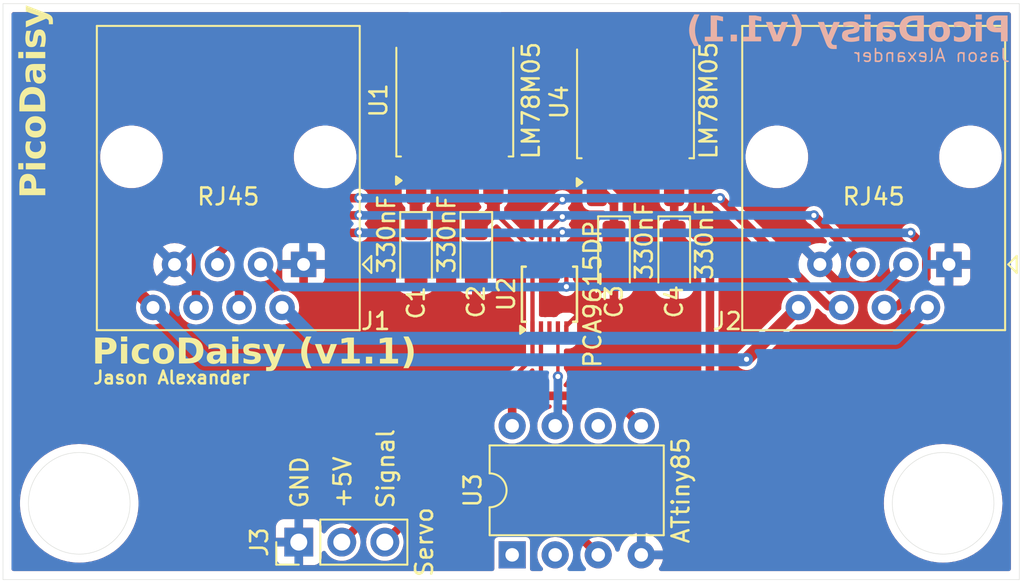
<source format=kicad_pcb>
(kicad_pcb (version 20240108) (generator "pcbnew") (generator_version "8.0")
  (layers (0 "F.Cu" signal) (31 "B.Cu" signal) (34 "B.Paste" user) (35 "F.Paste" user) (36 "B.SilkS" user "B.Silkscreen") (37 "F.SilkS" user "F.Silkscreen") (38 "B.Mask" user) (39 "F.Mask" user) (44 "Edge.Cuts" user))
  (net 0 "")
  (net 1 "/+5V(M)")
  (net 2 "GND")
  (net 3 "+5V")
  (net 4 "+12V")
  (net 5 "Net-(J3-Pin_3)")
  (net 6 "Net-(U2-DSDAP)")
  (net 7 "Net-(U2-DSDAM)")
  (net 8 "Net-(U2-DSCLM)")
  (net 9 "Net-(U2-DSCLP)")
  (net 11 "Net-(U2-SDA)")
  (net 12 "+24V")
  (net 13 "Net-(U2-SCL)")
  (footprint "Capacitor_Tantalum_SMD:CP_EIA-3216-18_Kemet-A" (layer "F.Cu") (at 127.94 80.614 -90)
    (property "Reference" "C2" (at 2.984 0.016 90) (layer "F.SilkS"))
    (property "Value" "330nF" (at -1 1.75 90) (layer "F.SilkS"))
    (fp_line (start -2.31 0.935) (end 1.6 0.935) (stroke (width 0.12)) (layer "F.SilkS"))
    (fp_line (start -2.31 -0.935) (end -2.31 0.935) (stroke (width 0.12)) (layer "F.SilkS"))
    (fp_line (start 1.6 -0.935) (end -2.31 -0.935) (stroke (width 0.12)) (layer "F.SilkS"))
    (pad "1" smd roundrect (at -1.35 0 270) (size 1.4 1.35) (layers "F.Cu" "F.Paste" "F.Mask") (roundrect_rratio 0.185185) (net 3 "+5V"))
    (pad "2" smd roundrect (at 1.35 0 270) (size 1.4 1.35) (layers "F.Cu" "F.Paste" "F.Mask") (roundrect_rratio 0.185185) (net 2 "GND"))
  )
  (footprint "Package_SO:TSSOP-10_3x3mm_P0.5mm" (layer "F.Cu") (at 132.258 83.154 90)
    (property "Reference" "U2" (at 0 -2.55 90) (layer "F.SilkS"))
    (property "Value" "PCA9615DP" (at 0 2.55 90) (layer "F.SilkS"))
    (fp_line (start 1.625 -1.625) (end 1.625 -1.4) (stroke (width 0.15)) (layer "F.SilkS"))
    (fp_line (start -1.625 -1.625) (end 1.625 -1.625) (stroke (width 0.15)) (layer "F.SilkS"))
    (fp_line (start -1.625 -1.625) (end -1.625 -1.4) (stroke (width 0.15)) (layer "F.SilkS"))
    (fp_line (start 1.625 1.625) (end 1.625 1.4) (stroke (width 0.15)) (layer "F.SilkS"))
    (fp_line (start -1.625 1.625) (end -1.625 1.4) (stroke (width 0.15)) (layer "F.SilkS"))
    (fp_line (start -1.625 1.625) (end 1.625 1.625) (stroke (width 0.15)) (layer "F.SilkS"))
    (fp_poly (pts (xy -2.1 -1.4) (xy -2.34 -1.73) (xy -1.86 -1.73) (xy -2.1 -1.4)) (stroke (width 0.12)) (fill solid) (layer "F.SilkS"))
    (pad "1" smd rect (at -2.15 -1 90) (size 1.1 0.25) (layers "F.Cu" "F.Paste" "F.Mask") (net 3 "+5V"))
    (pad "2" smd rect (at -2.15 -0.5 90) (size 1.1 0.25) (layers "F.Cu" "F.Paste" "F.Mask") (net 11 "Net-(U2-SDA)"))
    (pad "3" smd rect (at -2.15 0 90) (size 1.1 0.25) (layers "F.Cu" "F.Paste" "F.Mask"))
    (pad "4" smd rect (at -2.15 0.5 90) (size 1.1 0.25) (layers "F.Cu" "F.Paste" "F.Mask") (net 13 "Net-(U2-SCL)"))
    (pad "5" smd rect (at -2.15 1 90) (size 1.1 0.25) (layers "F.Cu" "F.Paste" "F.Mask") (net 2 "GND"))
    (pad "6" smd rect (at 2.15 1 90) (size 1.1 0.25) (layers "F.Cu" "F.Paste" "F.Mask") (net 8 "Net-(U2-DSCLM)"))
    (pad "7" smd rect (at 2.15 0.5 90) (size 1.1 0.25) (layers "F.Cu" "F.Paste" "F.Mask") (net 9 "Net-(U2-DSCLP)"))
    (pad "8" smd rect (at 2.15 0 90) (size 1.1 0.25) (layers "F.Cu" "F.Paste" "F.Mask") (net 6 "Net-(U2-DSDAP)"))
    (pad "9" smd rect (at 2.15 -0.5 90) (size 1.1 0.25) (layers "F.Cu" "F.Paste" "F.Mask") (net 7 "Net-(U2-DSDAM)"))
    (pad "10" smd rect (at 2.15 -1 90) (size 1.1 0.25) (layers "F.Cu" "F.Paste" "F.Mask") (net 3 "+5V"))
  )
  (footprint "Connector_RJ:RJ45_Amphenol_54602-x08_Horizontal" (layer "F.Cu") (at 117.7445 81.396 180)
    (property "Reference" "J1" (at -4.2555 -3.354 0) (layer "F.SilkS"))
    (property "Value" "RJ45" (at 4.445 4 0) (layer "F.SilkS"))
    (fp_line (start 12.205 -3.88) (end 12.205 14.08) (stroke (width 0.12)) (layer "F.SilkS"))
    (fp_line (start 12.205 -3.88) (end -3.315 -3.88) (stroke (width 0.12)) (layer "F.SilkS"))
    (fp_line (start -3.315 14.08) (end 12.205 14.08) (stroke (width 0.12)) (layer "F.SilkS"))
    (fp_line (start -3.315 -3.88) (end -3.315 14.08) (stroke (width 0.12)) (layer "F.SilkS"))
    (fp_line (start -3.5 0) (end -4 -0.5) (stroke (width 0.12)) (layer "F.SilkS"))
    (fp_line (start -4 0.5) (end -3.5 0) (stroke (width 0.12)) (layer "F.SilkS"))
    (fp_line (start -4 -0.5) (end -4 0.5) (stroke (width 0.12)) (layer "F.SilkS"))
    (pad "" np_thru_hole circle (at -1.27 6.35 180) (size 3.2 3.2) (drill 3.2) (layers "*.Cu" "*.Mask"))
    (pad "" np_thru_hole circle (at 10.16 6.35 180) (size 3.2 3.2) (drill 3.2) (layers "*.Cu" "*.Mask"))
    (pad "1" thru_hole rect (at 0 0 180) (size 1.5 1.5) (drill 0.76) (layers "*.Cu" "*.Mask") (net 2 "GND"))
    (pad "2" thru_hole circle (at 1.27 -2.54 180) (size 1.5 1.5) (drill 0.76) (layers "*.Cu" "*.Mask") (net 12 "+24V"))
    (pad "3" thru_hole circle (at 2.54 0 180) (size 1.5 1.5) (drill 0.76) (layers "*.Cu" "*.Mask") (net 8 "Net-(U2-DSCLM)"))
    (pad "4" thru_hole circle (at 3.81 -2.54 180) (size 1.5 1.5) (drill 0.76) (layers "*.Cu" "*.Mask") (net 9 "Net-(U2-DSCLP)"))
    (pad "5" thru_hole circle (at 5.08 0 180) (size 1.5 1.5) (drill 0.76) (layers "*.Cu" "*.Mask") (net 6 "Net-(U2-DSDAP)"))
    (pad "6" thru_hole circle (at 6.35 -2.54 180) (size 1.5 1.5) (drill 0.76) (layers "*.Cu" "*.Mask") (net 7 "Net-(U2-DSDAM)"))
    (pad "7" thru_hole circle (at 7.62 0 180) (size 1.5 1.5) (drill 0.76) (layers "*.Cu" "*.Mask") (net 2 "GND"))
    (pad "8" thru_hole circle (at 8.89 -2.54 180) (size 1.5 1.5) (drill 0.76) (layers "*.Cu" "*.Mask") (net 4 "+12V"))
  )
  (footprint "Capacitor_Tantalum_SMD:CP_EIA-3216-18_Kemet-A" (layer "F.Cu") (at 124.384 80.614 -90)
    (property "Reference" "C1" (at 3.048 -0.001 90) (layer "F.SilkS"))
    (property "Value" "330nF" (at -1 1.75 90) (layer "F.SilkS"))
    (fp_line (start -2.31 0.935) (end 1.6 0.935) (stroke (width 0.12)) (layer "F.SilkS"))
    (fp_line (start -2.31 -0.935) (end -2.31 0.935) (stroke (width 0.12)) (layer "F.SilkS"))
    (fp_line (start 1.6 -0.935) (end -2.31 -0.935) (stroke (width 0.12)) (layer "F.SilkS"))
    (pad "1" smd roundrect (at -1.35 0 270) (size 1.4 1.35) (layers "F.Cu" "F.Paste" "F.Mask") (roundrect_rratio 0.185185) (net 4 "+12V"))
    (pad "2" smd roundrect (at 1.35 0 270) (size 1.4 1.35) (layers "F.Cu" "F.Paste" "F.Mask") (roundrect_rratio 0.185185) (net 2 "GND"))
  )
  (footprint "Connector_PinHeader_2.54mm:PinHeader_1x03_P2.54mm_Vertical" (layer "F.Cu") (at 117.46 97.79 90)
    (property "Reference" "J3" (at 0 -2.33 90) (layer "F.SilkS"))
    (property "Value" "Servo" (at 0 7.41 90) (layer "F.SilkS"))
    (fp_line (start -1.33 -1.33) (end 0 -1.33) (stroke (width 0.12)) (layer "F.SilkS"))
    (fp_line (start -1.33 0) (end -1.33 -1.33) (stroke (width 0.12)) (layer "F.SilkS"))
    (fp_line (start 1.33 1.27) (end 1.33 6.41) (stroke (width 0.12)) (layer "F.SilkS"))
    (fp_line (start -1.33 1.27) (end 1.33 1.27) (stroke (width 0.12)) (layer "F.SilkS"))
    (fp_line (start -1.33 1.27) (end -1.33 6.41) (stroke (width 0.12)) (layer "F.SilkS"))
    (fp_line (start -1.33 6.41) (end 1.33 6.41) (stroke (width 0.12)) (layer "F.SilkS"))
    (pad "1" thru_hole rect (at 0 0 90) (size 1.7 1.7) (drill 1) (layers "*.Cu" "*.Mask") (net 2 "GND"))
    (pad "2" thru_hole oval (at 0 2.54 90) (size 1.7 1.7) (drill 1) (layers "*.Cu" "*.Mask") (net 1 "/+5V(M)"))
    (pad "3" thru_hole oval (at 0 5.08 90) (size 1.7 1.7) (drill 1) (layers "*.Cu" "*.Mask") (net 5 "Net-(J3-Pin_3)"))
  )
  (footprint "Capacitor_Tantalum_SMD:CP_EIA-3216-18_Kemet-A" (layer "F.Cu") (at 136.068 80.868 -90)
    (property "Reference" "C3" (at 2.73 0 90) (layer "F.SilkS"))
    (property "Value" "330nF" (at -0.868 -1.778 90) (layer "F.SilkS"))
    (fp_line (start -2.31 0.935) (end 1.6 0.935) (stroke (width 0.12)) (layer "F.SilkS"))
    (fp_line (start -2.31 -0.935) (end -2.31 0.935) (stroke (width 0.12)) (layer "F.SilkS"))
    (fp_line (start 1.6 -0.935) (end -2.31 -0.935) (stroke (width 0.12)) (layer "F.SilkS"))
    (pad "1" smd roundrect (at -1.35 0 270) (size 1.4 1.35) (layers "F.Cu" "F.Paste" "F.Mask") (roundrect_rratio 0.185185) (net 4 "+12V"))
    (pad "2" smd roundrect (at 1.35 0 270) (size 1.4 1.35) (layers "F.Cu" "F.Paste" "F.Mask") (roundrect_rratio 0.185185) (net 2 "GND"))
  )
  (footprint "Capacitor_Tantalum_SMD:CP_EIA-3216-18_Kemet-A" (layer "F.Cu") (at 139.624 80.868 -90)
    (property "Reference" "C4" (at 2.73 0 90) (layer "F.SilkS"))
    (property "Value" "330nF" (at -0.868 -1.778 90) (layer "F.SilkS"))
    (fp_line (start -2.31 0.935) (end 1.6 0.935) (stroke (width 0.12)) (layer "F.SilkS"))
    (fp_line (start -2.31 -0.935) (end -2.31 0.935) (stroke (width 0.12)) (layer "F.SilkS"))
    (fp_line (start 1.6 -0.935) (end -2.31 -0.935) (stroke (width 0.12)) (layer "F.SilkS"))
    (pad "1" smd roundrect (at -1.35 0 270) (size 1.4 1.35) (layers "F.Cu" "F.Paste" "F.Mask") (roundrect_rratio 0.185185) (net 1 "/+5V(M)"))
    (pad "2" smd roundrect (at 1.35 0 270) (size 1.4 1.35) (layers "F.Cu" "F.Paste" "F.Mask") (roundrect_rratio 0.185185) (net 2 "GND"))
  )
  (footprint "Package_DIP:DIP-8_W7.62mm" (layer "F.Cu") (at 130.058 98.542 90)
    (property "Reference" "U3" (at 3.81 -2.33 90) (layer "F.SilkS"))
    (property "Value" "ATtiny85" (at 3.81 9.95 90) (layer "F.SilkS"))
    (fp_line (start 6.46 -1.33) (end 4.81 -1.33) (stroke (width 0.12)) (layer "F.SilkS"))
    (fp_line (start 2.81 -1.33) (end 1.16 -1.33) (stroke (width 0.12)) (layer "F.SilkS"))
    (fp_line (start 1.16 -1.33) (end 1.16 8.95) (stroke (width 0.12)) (layer "F.SilkS"))
    (fp_line (start 6.46 8.95) (end 6.46 -1.33) (stroke (width 0.12)) (layer "F.SilkS"))
    (fp_line (start 1.16 8.95) (end 6.46 8.95) (stroke (width 0.12)) (layer "F.SilkS"))
    (fp_arc (start 4.81 -1.33) (mid 3.81 -0.33) (end 2.81 -1.33) (stroke (width 0.12)) (layer "F.SilkS"))
    (pad "1" thru_hole rect (at 0 0 90) (size 1.6 1.6) (drill 0.8) (layers "*.Cu" "*.Mask"))
    (pad "2" thru_hole oval (at 0 2.54 90) (size 1.6 1.6) (drill 0.8) (layers "*.Cu" "*.Mask"))
    (pad "3" thru_hole oval (at 0 5.08 90) (size 1.6 1.6) (drill 0.8) (layers "*.Cu" "*.Mask") (net 5 "Net-(J3-Pin_3)"))
    (pad "4" thru_hole oval (at 0 7.62 90) (size 1.6 1.6) (drill 0.8) (layers "*.Cu" "*.Mask") (net 2 "GND"))
    (pad "5" thru_hole oval (at 7.62 7.62 90) (size 1.6 1.6) (drill 0.8) (layers "*.Cu" "*.Mask") (net 11 "Net-(U2-SDA)"))
    (pad "6" thru_hole oval (at 7.62 5.08 90) (size 1.6 1.6) (drill 0.8) (layers "*.Cu" "*.Mask"))
    (pad "7" thru_hole oval (at 7.62 2.54 90) (size 1.6 1.6) (drill 0.8) (layers "*.Cu" "*.Mask") (net 13 "Net-(U2-SCL)"))
    (pad "8" thru_hole oval (at 7.62 0 90) (size 1.6 1.6) (drill 0.8) (layers "*.Cu" "*.Mask") (net 3 "+5V"))
  )
  (footprint "Package_TO_SOT_SMD:TO-252-2" (layer "F.Cu") (at 137.339 71.817 90)
    (property "Reference" "U4" (at 0 -4.5 90) (layer "F.SilkS"))
    (property "Value" "LM78M05" (at 0.093 4.317 90) (layer "F.SilkS"))
    (fp_line (start 3.11 -3.45) (end -3.31 -3.45) (stroke (width 0.12)) (layer "F.SilkS"))
    (fp_line (start -3.31 -3.45) (end -3.31 -3.18) (stroke (width 0.12)) (layer "F.SilkS"))
    (fp_line (start 3.11 3.45) (end -3.31 3.45) (stroke (width 0.12)) (layer "F.SilkS"))
    (fp_line (start -3.31 3.45) (end -3.31 3.18) (stroke (width 0.12)) (layer "F.SilkS"))
    (fp_poly (pts (xy -4.73 -3.14) (xy -4.97 -3.47) (xy -4.49 -3.47) (xy -4.73 -3.14)) (stroke (width 0.12)) (fill solid) (layer "F.SilkS"))
    (pad "1" smd roundrect (at -5.04 -2.28 90) (size 2.2 1.2) (layers "F.Cu" "F.Paste" "F.Mask") (roundrect_rratio 0.208333) (net 4 "+12V"))
    (pad "2" smd roundrect (at -0.415 -1.525 90) (size 3.05 2.75) (layers "F.Cu" "F.Paste") (roundrect_rratio 0.090909) (net 2 "GND"))
    (pad "2" smd roundrect (at -0.415 1.525 90) (size 3.05 2.75) (layers "F.Cu" "F.Paste") (roundrect_rratio 0.090909) (net 2 "GND"))
    (pad "2" smd roundrect (at 1.26 0 90) (size 6.4 5.8) (layers "F.Cu" "F.Mask") (roundrect_rratio 0.043103) (net 2 "GND"))
    (pad "2" smd roundrect (at 2.935 -1.525 90) (size 3.05 2.75) (layers "F.Cu" "F.Paste") (roundrect_rratio 0.090909) (net 2 "GND"))
    (pad "2" smd roundrect (at 2.935 1.525 90) (size 3.05 2.75) (layers "F.Cu" "F.Paste") (roundrect_rratio 0.090909) (net 2 "GND"))
    (pad "3" smd roundrect (at -5.04 2.28 90) (size 2.2 1.2) (layers "F.Cu" "F.Paste" "F.Mask") (roundrect_rratio 0.208333) (net 1 "/+5V(M)"))
  )
  (footprint "Connector_RJ:RJ45_Amphenol_54602-x08_Horizontal" (layer "F.Cu") (at 155.8445 81.396 180)
    (property "Reference" "J2" (at 13.0945 -3.354 0) (layer "F.SilkS"))
    (property "Value" "RJ45" (at 4.445 4 0) (layer "F.SilkS"))
    (fp_line (start 12.205 -3.88) (end 12.205 14.08) (stroke (width 0.12)) (layer "F.SilkS"))
    (fp_line (start 12.205 -3.88) (end -3.315 -3.88) (stroke (width 0.12)) (layer "F.SilkS"))
    (fp_line (start -3.315 14.08) (end 12.205 14.08) (stroke (width 0.12)) (layer "F.SilkS"))
    (fp_line (start -3.315 -3.88) (end -3.315 14.08) (stroke (width 0.12)) (layer "F.SilkS"))
    (fp_line (start -3.5 0) (end -4 -0.5) (stroke (width 0.12)) (layer "F.SilkS"))
    (fp_line (start -4 0.5) (end -3.5 0) (stroke (width 0.12)) (layer "F.SilkS"))
    (fp_line (start -4 -0.5) (end -4 0.5) (stroke (width 0.12)) (layer "F.SilkS"))
    (pad "" np_thru_hole circle (at -1.27 6.35 180) (size 3.2 3.2) (drill 3.2) (layers "*.Cu" "*.Mask"))
    (pad "" np_thru_hole circle (at 10.16 6.35 180) (size 3.2 3.2) (drill 3.2) (layers "*.Cu" "*.Mask"))
    (pad "1" thru_hole rect (at 0 0 180) (size 1.5 1.5) (drill 0.76) (layers "*.Cu" "*.Mask") (net 2 "GND"))
    (pad "2" thru_hole circle (at 1.27 -2.54 180) (size 1.5 1.5) (drill 0.76) (layers "*.Cu" "*.Mask") (net 12 "+24V"))
    (pad "3" thru_hole circle (at 2.54 0 180) (size 1.5 1.5) (drill 0.76) (layers "*.Cu" "*.Mask") (net 8 "Net-(U2-DSCLM)"))
    (pad "4" thru_hole circle (at 3.81 -2.54 180) (size 1.5 1.5) (drill 0.76) (layers "*.Cu" "*.Mask") (net 9 "Net-(U2-DSCLP)"))
    (pad "5" thru_hole circle (at 5.08 0 180) (size 1.5 1.5) (drill 0.76) (layers "*.Cu" "*.Mask") (net 6 "Net-(U2-DSDAP)"))
    (pad "6" thru_hole circle (at 6.35 -2.54 180) (size 1.5 1.5) (drill 0.76) (layers "*.Cu" "*.Mask") (net 7 "Net-(U2-DSDAM)"))
    (pad "7" thru_hole circle (at 7.62 0 180) (size 1.5 1.5) (drill 0.76) (layers "*.Cu" "*.Mask") (net 2 "GND"))
    (pad "8" thru_hole circle (at 8.89 -2.54 180) (size 1.5 1.5) (drill 0.76) (layers "*.Cu" "*.Mask") (net 4 "+12V"))
  )
  (footprint "Package_TO_SOT_SMD:TO-252-2" (layer "F.Cu") (at 126.67 71.714 90)
    (property "Reference" "U1" (at 0 -4.5 90) (layer "F.SilkS"))
    (property "Value" "LM78M05" (at -0.01 4.5 90) (layer "F.SilkS"))
    (fp_line (start 3.11 -3.45) (end -3.31 -3.45) (stroke (width 0.12)) (layer "F.SilkS"))
    (fp_line (start -3.31 -3.45) (end -3.31 -3.18) (stroke (width 0.12)) (layer "F.SilkS"))
    (fp_line (start 3.11 3.45) (end -3.31 3.45) (stroke (width 0.12)) (layer "F.SilkS"))
    (fp_line (start -3.31 3.45) (end -3.31 3.18) (stroke (width 0.12)) (layer "F.SilkS"))
    (fp_poly (pts (xy -4.73 -3.14) (xy -4.97 -3.47) (xy -4.49 -3.47) (xy -4.73 -3.14)) (stroke (width 0.12)) (fill solid) (layer "F.SilkS"))
    (pad "1" smd roundrect (at -5.04 -2.28 90) (size 2.2 1.2) (layers "F.Cu" "F.Paste" "F.Mask") (roundrect_rratio 0.208333) (net 4 "+12V"))
    (pad "2" smd roundrect (at -0.415 -1.525 90) (size 3.05 2.75) (layers "F.Cu" "F.Paste") (roundrect_rratio 0.090909) (net 2 "GND"))
    (pad "2" smd roundrect (at -0.415 1.525 90) (size 3.05 2.75) (layers "F.Cu" "F.Paste") (roundrect_rratio 0.090909) (net 2 "GND"))
    (pad "2" smd roundrect (at 1.26 0 90) (size 6.4 5.8) (layers "F.Cu" "F.Mask") (roundrect_rratio 0.043103) (net 2 "GND"))
    (pad "2" smd roundrect (at 2.935 -1.525 90) (size 3.05 2.75) (layers "F.Cu" "F.Paste") (roundrect_rratio 0.090909) (net 2 "GND"))
    (pad "2" smd roundrect (at 2.935 1.525 90) (size 3.05 2.75) (layers "F.Cu" "F.Paste") (roundrect_rratio 0.090909) (net 2 "GND"))
    (pad "3" smd roundrect (at -5.04 2.28 90) (size 2.2 1.2) (layers "F.Cu" "F.Paste" "F.Mask") (roundrect_rratio 0.208333) (net 3 "+5V"))
  )
  (gr_line (start 160 100) (end 100 100) (stroke (width 0.0254)) (layer "Edge.Cuts"))
  (gr_circle (center 104.5 95.5) (end 107.5 95.5) (stroke (width 0.0254)) (fill none) (layer "Edge.Cuts"))
  (gr_line (start 100 66) (end 160 66) (stroke (width 0.0254)) (layer "Edge.Cuts"))
  (gr_circle (center 155.5 95.5) (end 158.5 95.5) (stroke (width 0.0254)) (fill none) (layer "Edge.Cuts"))
  (gr_line (start 100 100) (end 100 66) (stroke (width 0.0254)) (layer "Edge.Cuts"))
  (gr_line (start 160 66) (end 160 100) (stroke (width 0.0254)) (layer "Edge.Cuts"))
  (gr_text "PicoDaisy (v1.1)" (at 159.5 68.484 0) (layer "B.SilkS") (effects (font (size 1.5 1.5) (thickness 0.3) (bold yes)) (justify left bottom mirror)))
  (gr_text "Jason Alexander" (at 159.5 69.5 0) (layer "B.SilkS") (effects (font (size 0.75 0.75) (thickness 0.09375)) (justify left bottom mirror)))
  (gr_text "GND" (at 118.095 95.885 90) (layer "F.SilkS") (effects (font (size 1 1)) (justify left bottom)))
  (gr_text "PicoDaisy" (at 102.75 77.5 90) (layer "F.SilkS") (effects (font (size 1.5 1.5) (thickness 0.3) (bold yes)) (justify left bottom)))
  (gr_text "Signal" (at 123.175 95.885 90) (layer "F.SilkS") (effects (font (size 1 1)) (justify left bottom)))
  (gr_text "+5V" (at 120.635 95.885 90) (layer "F.SilkS") (effects (font (size 1 1)) (justify left bottom)))
  (gr_text "Jason Alexander" (at 105.25 88.516 0) (layer "F.SilkS") (effects (font (size 0.75 0.75) (thickness 0.15) (bold yes)) (justify left bottom)))
  (gr_text "PicoDaisy (v1.1)" (at 105.25 87.5 0) (layer "F.SilkS") (effects (font (size 1.5 1.5) (thickness 0.3) (bold yes)) (justify left bottom)))
  (segment (start 124.064 93.726) (end 120 97.79) (width 0.508) (layer "F.Cu") (net 1))
  (segment (start 139.624 79.438) (end 139.624 79.494) (width 0.254) (layer "F.Cu") (net 1))
  (segment (start 139.446 93.726) (end 124.064 93.726) (width 0.508) (layer "F.Cu") (net 1))
  (segment (start 141.732 91.44) (end 139.446 93.726) (width 0.508) (layer "F.Cu") (net 1))
  (segment (start 139.624 79.772) (end 139.624 79.438) (width 0.254) (layer "F.Cu") (net 1))
  (segment (start 139.624 79.438) (end 139.624 76.782) (width 0.508) (layer "F.Cu") (net 1))
  (segment (start 141.732 81.626) (end 141.732 91.44) (width 0.508) (layer "F.Cu") (net 1))
  (segment (start 139.624 79.518) (end 141.732 81.626) (width 0.508) (layer "F.Cu") (net 1))
  (segment (start 133.258 85.028) (end 136.068 82.218) (width 0.254) (layer "F.Cu") (net 2))
  (segment (start 133.258 85.304) (end 133.258 85.028) (width 0.254) (layer "F.Cu") (net 2))
  (segment (start 131.258 80.924) (end 131.258 85.304) (width 0.254) (layer "F.Cu") (net 3))
  (segment (start 131.258 85.304) (end 131.258 86.928) (width 0.254) (layer "F.Cu") (net 3))
  (segment (start 130.058 88.148) (end 130.058 90.922) (width 0.508) (layer "F.Cu") (net 3))
  (segment (start 131.258 80.562) (end 128.95 78.254) (width 0.254) (layer "F.Cu") (net 3))
  (segment (start 128.95 78.254) (end 127.94 79.264) (width 0.762) (layer "F.Cu") (net 3))
  (segment (start 128.95 76.754) (end 128.95 78.254) (width 0.762) (layer "F.Cu") (net 3))
  (segment (start 131.258 86.928) (end 130.048 88.138) (width 0.254) (layer "F.Cu") (net 3))
  (segment (start 114.681 71.755) (end 107.061 79.375) (width 0.762) (layer "F.Cu") (net 4))
  (segment (start 143.89475 86.99575) (end 146.9545 83.936) (width 0.762) (layer "F.Cu") (net 4))
  (segment (start 124.39 74.698) (end 124.39 76.674) (width 0.762) (layer "F.Cu") (net 4))
  (segment (start 123.876 74.692) (end 120.939 71.755) (width 0.762) (layer "F.Cu") (net 4))
  (segment (start 136.068 77.786) (end 135.059 76.777) (width 0.508) (layer "F.Cu") (net 4))
  (segment (start 124.384 79.184) (end 124.384 76.68) (width 0.762) (layer "F.Cu") (net 4))
  (segment (start 135.059 76.777) (end 132.988 74.706) (width 0.762) (layer "F.Cu") (net 4))
  (segment (start 124.384 76.68) (end 124.39 76.674) (width 0.508) (layer "F.Cu") (net 4))
  (segment (start 107.061 79.375) (end 107.061 82.1425) (width 0.762) (layer "F.Cu") (net 4))
  (segment (start 132.988 74.692) (end 123.876 74.692) (width 0.762) (layer "F.Cu") (net 4))
  (segment (start 120.939 71.755) (end 114.681 71.755) (width 0.762) (layer "F.Cu") (net 4))
  (segment (start 136.068 79.438) (end 136.068 77.786) (width 0.508) (layer "F.Cu") (net 4))
  (segment (start 132.988 74.706) (end 132.988 74.692) (width 0.762) (layer "F.Cu") (net 4))
  (segment (start 107.061 82.1425) (end 108.8545 83.936) (width 0.762) (layer "F.Cu") (net 4))
  (via (at 143.89475 86.99575) (size 0.6) (drill 0.3) (layers "F.Cu" "B.Cu") (net 4))
  (segment (start 143.8635 87.027) (end 111.9455 87.027) (width 0.762) (layer "B.Cu") (net 4))
  (segment (start 111.9455 87.027) (end 108.8545 83.936) (width 0.762) (layer "B.Cu") (net 4))
  (segment (start 143.89475 86.99575) (end 143.8635 87.027) (width 0.762) (layer "B.Cu") (net 4))
  (segment (start 131.973 95.377) (end 124.953 95.377) (width 0.508) (layer "F.Cu") (net 5))
  (segment (start 124.953 95.377) (end 122.54 97.79) (width 0.508) (layer "F.Cu") (net 5))
  (segment (start 135.138 98.542) (end 131.973 95.377) (width 0.508) (layer "F.Cu") (net 5))
  (segment (start 147.8705 78.502) (end 150.7645 81.396) (width 0.508) (layer "F.Cu") (net 6))
  (segment (start 132.258 80.924) (end 132.258 79.264) (width 0.254) (layer "F.Cu") (net 6))
  (segment (start 132.258 79.264) (end 133.02 78.502) (width 0.254) (layer "F.Cu") (net 6))
  (segment (start 121.015 78.502) (end 114.986 78.502) (width 0.508) (layer "F.Cu") (net 6))
  (segment (start 114.986 78.502) (end 112.6645 80.8235) (width 0.508) (layer "F.Cu") (net 6))
  (via (at 121.031 78.486) (size 0.6) (drill 0.3) (layers "F.Cu" "B.Cu") (net 6))
  (via (at 147.8705 78.502) (size 0.6) (drill 0.3) (layers "F.Cu" "B.Cu") (net 6))
  (via (at 133.02 78.582) (size 0.6) (drill 0.3) (layers "F.Cu" "B.Cu") (net 6))
  (segment (start 112.6645 80.8235) (end 112.6645 81.316) (width 0.508) (layer "B.Cu") (net 6))
  (segment (start 147.8705 78.502) (end 121.047 78.502) (width 0.508) (layer "B.Cu") (net 6))
  (segment (start 121.047 78.502) (end 121.031 78.486) (width 0.508) (layer "B.Cu") (net 6))
  (segment (start 121.031 78.486) (end 121.015 78.502) (width 0.508) (layer "B.Cu") (net 6))
  (segment (start 114.535814 77.486) (end 111.3945 80.627314) (width 0.508) (layer "F.Cu") (net 7))
  (segment (start 111.3945 80.627314) (end 111.3945 83.856) (width 0.508) (layer "F.Cu") (net 7))
  (segment (start 142.3305 77.486) (end 148.7005 83.856) (width 0.508) (layer "F.Cu") (net 7))
  (segment (start 131.758 80.924) (end 131.758 78.748) (width 0.254) (layer "F.Cu") (net 7))
  (segment (start 148.7005 83.856) (end 149.4945 83.856) (width 0.508) (layer "F.Cu") (net 7))
  (segment (start 121.015 77.486) (end 114.535814 77.486) (width 0.508) (layer "F.Cu") (net 7))
  (segment (start 131.758 78.748) (end 133.02 77.486) (width 0.254) (layer "F.Cu") (net 7))
  (via (at 121.031 77.47) (size 0.6) (drill 0.3) (layers "F.Cu" "B.Cu") (net 7))
  (via (at 142.3305 77.486) (size 0.6) (drill 0.3) (layers "F.Cu" "B.Cu") (net 7))
  (via (at 133.02 77.566) (size 0.6) (drill 0.3) (layers "F.Cu" "B.Cu") (net 7))
  (segment (start 121.047 77.486) (end 121.031 77.47) (width 0.508) (layer "B.Cu") (net 7))
  (segment (start 142.3305 77.486) (end 121.047 77.486) (width 0.508) (layer "B.Cu") (net 7))
  (segment (start 121.031 77.47) (end 121.015 77.486) (width 0.508) (layer "B.Cu") (net 7))
  (segment (start 149.4945 83.856) (end 149.042 83.856) (width 0.508) (layer "B.Cu") (net 7))
  (segment (start 133.258 81.004) (end 133.258 82.709) (width 0.254) (layer "F.Cu") (net 8))
  (via (at 133.258 82.709) (size 0.6) (drill 0.3) (layers "F.Cu" "B.Cu") (net 8))
  (segment (start 133.258 82.709) (end 151.9115 82.709) (width 0.508) (layer "B.Cu") (net 8))
  (segment (start 151.9115 82.709) (end 153.3045 81.316) (width 0.508) (layer "B.Cu") (net 8))
  (segment (start 133.258 82.709) (end 133.235 82.732) (width 0.508) (layer "B.Cu") (net 8))
  (segment (start 133.235 82.732) (end 116.5405 82.732) (width 0.508) (layer "B.Cu") (net 8))
  (segment (start 116.5405 82.732) (end 115.2045 81.396) (width 0.508) (layer "B.Cu") (net 8))
  (segment (start 154.5085 82.1595) (end 152.812 83.856) (width 0.508) (layer "F.Cu") (net 9))
  (segment (start 113.9345 80.883286) (end 113.9345 83.856) (width 0.508) (layer "F.Cu") (net 9))
  (segment (start 152.812 83.856) (end 152.467214 83.856) (width 0.508) (layer "F.Cu") (net 9))
  (segment (start 154.5085 80.4645) (end 154.5085 82.1595) (width 0.508) (layer "F.Cu") (net 9))
  (segment (start 153.578 79.534) (end 154.5085 80.4645) (width 0.508) (layer "F.Cu") (net 9))
  (segment (start 115.283786 79.534) (end 113.9345 80.883286) (width 0.508) (layer "F.Cu") (net 9))
  (segment (start 132.758 80.924) (end 132.758 79.674) (width 0.254) (layer "F.Cu") (net 9))
  (segment (start 120.999 79.534) (end 115.283786 79.534) (width 0.508) (layer "F.Cu") (net 9))
  (segment (start 132.758 79.674) (end 133.02 79.412) (width 0.254) (layer "F.Cu") (net 9))
  (via (at 121.031 79.502) (size 0.6) (drill 0.3) (layers "F.Cu" "B.Cu") (net 9))
  (via (at 153.578 79.534) (size 0.6) (drill 0.3) (layers "F.Cu" "B.Cu") (net 9))
  (via (at 133.02 79.492) (size 0.6) (drill 0.3) (layers "F.Cu" "B.Cu") (net 9))
  (segment (start 153.578 79.534) (end 121.063 79.534) (width 0.508) (layer "B.Cu") (net 9))
  (segment (start 121.063 79.534) (end 121.031 79.502) (width 0.508) (layer "B.Cu") (net 9))
  (segment (start 121.031 79.502) (end 120.999 79.534) (width 0.508) (layer "B.Cu") (net 9))
  (segment (start 131.826 89.154) (end 135.91 89.154) (width 0.508) (layer "F.Cu") (net 11))
  (segment (start 131.758 89.086) (end 131.758 85.304) (width 0.254) (layer "F.Cu") (net 11))
  (segment (start 135.91 89.154) (end 137.678 90.922) (width 0.508) (layer "F.Cu") (net 11))
  (segment (start 116.4745 83.856) (end 118.3755 85.757) (width 0.762) (layer "B.Cu") (net 12))
  (segment (start 118.3755 85.757) (end 152.6735 85.757) (width 0.762) (layer "B.Cu") (net 12))
  (segment (start 152.6735 85.757) (end 154.5745 83.856) (width 0.762) (layer "B.Cu") (net 12))
  (segment (start 132.758 88.011) (end 132.758 85.304) (width 0.2) (layer "F.Cu") (net 13))
  (via (at 132.758 88.011) (size 0.6) (drill 0.3) (layers "F.Cu" "B.Cu") (net 13))
  (segment (start 132.758 90.762) (end 132.598 90.922) (width 0.508) (layer "B.Cu") (net 13))
  (segment (start 132.758 88.011) (end 132.758 90.762) (width 0.508) (layer "B.Cu") (net 13))
  (zone (net 2) (net_name "GND") (layer "F.Cu") (connect_pads (clearance 0.254)) (min_thickness 0.254) (fill yes (thermal_gap 0.508) (thermal_bridge_width 0.508))
    (polygon (pts (xy 99.822 100.076) (xy 99.822 65.786) (xy 160.274 65.786) (xy 160.274 100.076)))
  )
  (zone (net 2) (net_name "GND") (layer "B.Cu") (priority 1) (connect_pads (clearance 0.254)) (min_thickness 0.254) (fill yes (thermal_gap 0.508) (thermal_bridge_width 0.508))
    (polygon (pts (xy 99.822 100.076) (xy 99.822 65.786) (xy 160.274 65.786) (xy 160.274 100.076)))
  )
)
</source>
